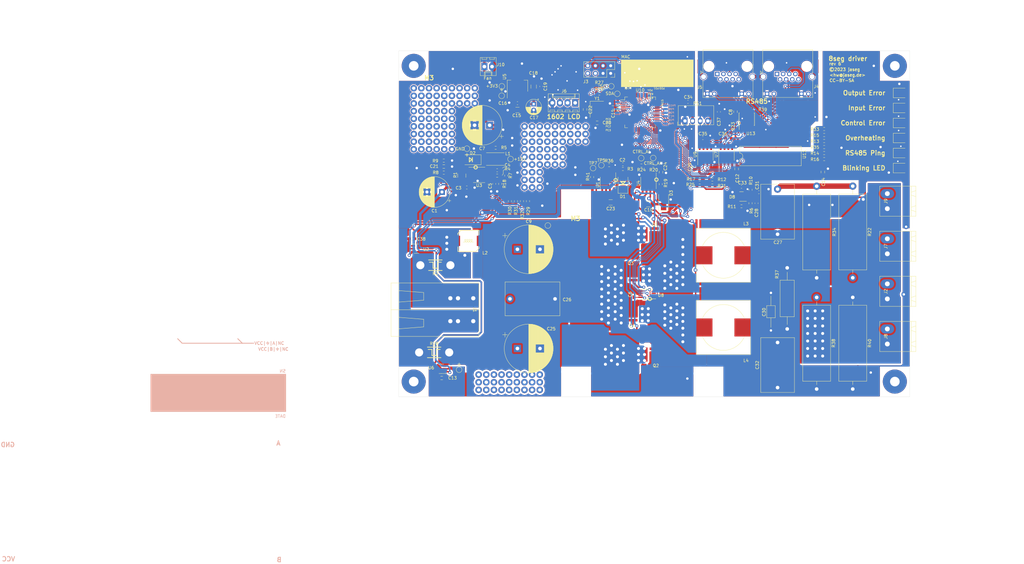
<source format=kicad_pcb>
(kicad_pcb (version 20230410) (generator pcbnew)

  (general
    (thickness 1.6)
  )

  (paper "A4")
  (layers
    (0 "F.Cu" signal)
    (31 "B.Cu" signal)
    (32 "B.Adhes" user "B.Adhesive")
    (33 "F.Adhes" user "F.Adhesive")
    (34 "B.Paste" user)
    (35 "F.Paste" user)
    (36 "B.SilkS" user "B.Silkscreen")
    (37 "F.SilkS" user "F.Silkscreen")
    (38 "B.Mask" user)
    (39 "F.Mask" user)
    (40 "Dwgs.User" user "User.Drawings")
    (41 "Cmts.User" user "User.Comments")
    (42 "Eco1.User" user "User.Eco1")
    (43 "Eco2.User" user "User.Eco2")
    (44 "Edge.Cuts" user)
    (45 "Margin" user)
    (46 "B.CrtYd" user "B.Courtyard")
    (47 "F.CrtYd" user "F.Courtyard")
    (48 "B.Fab" user)
    (49 "F.Fab" user)
  )

  (setup
    (stackup
      (layer "F.SilkS" (type "Top Silk Screen"))
      (layer "F.Paste" (type "Top Solder Paste"))
      (layer "F.Mask" (type "Top Solder Mask") (thickness 0.01))
      (layer "F.Cu" (type "copper") (thickness 0.035))
      (layer "dielectric 1" (type "core") (thickness 1.51) (material "FR4") (epsilon_r 4.5) (loss_tangent 0.02))
      (layer "B.Cu" (type "copper") (thickness 0.035))
      (layer "B.Mask" (type "Bottom Solder Mask") (thickness 0.01))
      (layer "B.Paste" (type "Bottom Solder Paste"))
      (layer "B.SilkS" (type "Bottom Silk Screen"))
      (copper_finish "None")
      (dielectric_constraints no)
    )
    (pad_to_mask_clearance 0.051)
    (solder_mask_min_width 0.25)
    (grid_origin 349.7 9.1)
    (pcbplotparams
      (layerselection 0x00011fc_ffffffff)
      (plot_on_all_layers_selection 0x0000000_00000000)
      (disableapertmacros false)
      (usegerberextensions false)
      (usegerberattributes false)
      (usegerberadvancedattributes false)
      (creategerberjobfile false)
      (dashed_line_dash_ratio 12.000000)
      (dashed_line_gap_ratio 3.000000)
      (svgprecision 4)
      (plotframeref false)
      (viasonmask false)
      (mode 1)
      (useauxorigin false)
      (hpglpennumber 1)
      (hpglpenspeed 20)
      (hpglpendiameter 15.000000)
      (dxfpolygonmode true)
      (dxfimperialunits true)
      (dxfusepcbnewfont true)
      (psnegative false)
      (psa4output false)
      (plotreference true)
      (plotvalue true)
      (plotinvisibletext false)
      (sketchpadsonfab false)
      (subtractmaskfromsilk false)
      (outputformat 1)
      (mirror false)
      (drillshape 0)
      (scaleselection 1)
      (outputdirectory "gerber")
    )
  )

  (net 0 "")
  (net 1 "GND")
  (net 2 "/VBOOT_MON")
  (net 3 "+3V3")
  (net 4 "/VIN_MON")
  (net 5 "Net-(D2-K)")
  (net 6 "Net-(U3-FB)")
  (net 7 "/OUT_A")
  (net 8 "/OUT_B")
  (net 9 "/VIN")
  (net 10 "/GND_MEAS")
  (net 11 "/DRV1")
  (net 12 "/DRV2")
  (net 13 "/DRV3")
  (net 14 "/DRV4")
  (net 15 "/SWCLK")
  (net 16 "/SWDIO")
  (net 17 "+5VD")
  (net 18 "/RX485_A")
  (net 19 "/RS485_B")
  (net 20 "GND2")
  (net 21 "/SDA")
  (net 22 "/SCL")
  (net 23 "Net-(D8-A1)")
  (net 24 "/PULSE_RX")
  (net 25 "Net-(D8-A2)")
  (net 26 "unconnected-(J4-Pad1)")
  (net 27 "unconnected-(J4-Pad2)")
  (net 28 "Net-(C27-Pad1)")
  (net 29 "Net-(C30-Pad2)")
  (net 30 "/RJL4")
  (net 31 "/RJL3")
  (net 32 "Net-(C32-Pad1)")
  (net 33 "Net-(D1-A)")
  (net 34 "/SLED1")
  (net 35 "/SLED2")
  (net 36 "/SLED3")
  (net 37 "/SLED4")
  (net 38 "Net-(D3-A)")
  (net 39 "Net-(D4-K)")
  (net 40 "Net-(D5-K)")
  (net 41 "Net-(D6-K)")
  (net 42 "Net-(D7-K)")
  (net 43 "/XT1")
  (net 44 "/XT2")
  (net 45 "unconnected-(J5-Pad1)")
  (net 46 "unconnected-(J5-Pad2)")
  (net 47 "/GND_RS485")
  (net 48 "unconnected-(J4-Pad7)")
  (net 49 "unconnected-(J4-Pad8)")
  (net 50 "unconnected-(J5-Pad7)")
  (net 51 "Net-(C4-Pad1)")
  (net 52 "unconnected-(J5-Pad8)")
  (net 53 "+12V")
  (net 54 "Net-(U3-BS)")
  (net 55 "/ILIM")
  (net 56 "/RJL2")
  (net 57 "/RJL1")
  (net 58 "/RS485_DE_ISO")
  (net 59 "/PAD")
  (net 60 "/VB2")
  (net 61 "/VB1")
  (net 62 "/MON_H")
  (net 63 "/MON_L")
  (net 64 "/RS485_RX")
  (net 65 "/RS485_DE")
  (net 66 "unconnected-(J3-Pin_4-Pad4)")
  (net 67 "unconnected-(J3-Pin_6-Pad6)")
  (net 68 "/RS485_RX_ISO")
  (net 69 "Net-(U10-PD0)")
  (net 70 "/VISO_SENSE")
  (net 71 "/RS485_TX")
  (net 72 "/RS485_TX_ISO")
  (net 73 "Net-(U10-PD1)")
  (net 74 "Net-(U10-PD2)")
  (net 75 "Net-(U10-PD3)")
  (net 76 "Net-(U10-PD4)")
  (net 77 "Net-(U10-PD5)")
  (net 78 "Net-(U10-PD6)")
  (net 79 "Net-(U10-PD8)")
  (net 80 "Net-(U10-PD9)")
  (net 81 "Net-(U10-PC0)")
  (net 82 "Net-(U10-PC1)")
  (net 83 "Net-(U10-PC2)")
  (net 84 "Net-(U10-PC3)")
  (net 85 "/MON_FAULT_CURRENT")
  (net 86 "/MON_L_ADC")
  (net 87 "/MON_H_ADC")
  (net 88 "Net-(U10-PC9)")
  (net 89 "/RJL1D")
  (net 90 "/RJL2D")
  (net 91 "/RJL3D")
  (net 92 "Net-(U10-PC11)")
  (net 93 "Net-(U10-PC6)")
  (net 94 "Net-(U10-PC7)")
  (net 95 "Net-(U10-PC8)")
  (net 96 "Net-(U10-PC12)")
  (net 97 "Net-(U10-PC13)")
  (net 98 "Net-(U10-PC14{slash}OSC32_IN)")
  (net 99 "Net-(U10-PC15{slash}OSC32_OUT)")
  (net 100 "Net-(U10-PB5)")
  (net 101 "Net-(U10-PA15)")
  (net 102 "Net-(U10-PA11)")
  (net 103 "Net-(U10-PA8)")
  (net 104 "Net-(U10-PA5)")
  (net 105 "Net-(U10-VREF+)")
  (net 106 "/RJL4D")
  (net 107 "Net-(U10-VBAT)")
  (net 108 "/DBG_TX")
  (net 109 "/DBG_RX")
  (net 110 "Net-(R12-Pad1)")
  (net 111 "Net-(R17-Pad1)")
  (net 112 "Net-(R21-Pad1)")
  (net 113 "Net-(R25-Pad1)")
  (net 114 "unconnected-(U3-EN-Pad6)")
  (net 115 "unconnected-(U3-POK-Pad7)")
  (net 116 "Net-(D9-K)")
  (net 117 "Net-(D10-K)")
  (net 118 "/SLED6")
  (net 119 "/SLED5")
  (net 120 "/VIN_INPUT")
  (net 121 "/VIN_MEAS")
  (net 122 "/DRV_B")
  (net 123 "/DRV_A")
  (net 124 "unconnected-(J4-Pad3)")
  (net 125 "unconnected-(J4-Pad6)")
  (net 126 "unconnected-(J5-Pad3)")
  (net 127 "unconnected-(J5-Pad6)")
  (net 128 "/CTRL_AH")
  (net 129 "/CTRL_AL")
  (net 130 "/CTRL_BH")
  (net 131 "/CTRL_BL")
  (net 132 "unconnected-(U8-Alert-Pad3)")
  (net 133 "unconnected-(U10-NRST-Pad12)")

  (footprint "Resistor_SMD:R_0603_1608Metric_Pad0.98x0.95mm_HandSolder" (layer "F.Cu") (at 271.7 -18))

  (footprint "MountingHole:MountingHole_3.2mm_M3" (layer "F.Cu") (at 308 21))

  (footprint "MountingHole:MountingHole_3.2mm_M3" (layer "F.Cu") (at 308 80))

  (footprint "MountingHole:MountingHole_3.2mm_M3" (layer "F.Cu") (at 264 21))

  (footprint "Connectors_Molex:Molex_KK-6410-02_02x2.54mm_Straight" (layer "F.Cu") (at 233.5 -24.75))

  (footprint "Package_SO:MSOP-8_3x3mm_P0.65mm" (layer "F.Cu") (at 287.6 50.99995 180))

  (footprint "Connector_RJ:RJ45_Amphenol_RJHSE538X" (layer "F.Cu") (at 330.8 -22.3))

  (footprint "Resistor_SMD:R_0603_1608Metric_Pad0.98x0.95mm_HandSolder" (layer "F.Cu") (at 346.5 4))

  (footprint "Capacitors_SMD:C_0603_HandSoldering" (layer "F.Cu") (at 317.4 9.3 90))

  (footprint "Capacitors_SMD:C_0603_HandSoldering" (layer "F.Cu") (at 271 -6.05 180))

  (footprint "Capacitors_SMD:C_0603_HandSoldering" (layer "F.Cu") (at 267 -10.5 90))

  (footprint "Capacitors_SMD:C_0603_HandSoldering" (layer "F.Cu") (at 292.25 10.35 90))

  (footprint "Capacitors_SMD:C_0603_HandSoldering" (layer "F.Cu") (at 303.2 8.55 90))

  (footprint "Connectors_Molex:Molex_KK-6410-04_04x2.54mm_Straight" (layer "F.Cu") (at 263.7 -12.7 180))

  (footprint "Resistor_SMD:R_0603_1608Metric_Pad0.98x0.95mm_HandSolder" (layer "F.Cu") (at 315.6 -1.8 90))

  (footprint "Resistor_SMD:R_0603_1608Metric_Pad0.98x0.95mm_HandSolder" (layer "F.Cu") (at 271.7 -15.8))

  (footprint "Crystal:Crystal_SMD_3225-4Pin_3.2x2.5mm_HandSoldering" (layer "F.Cu") (at 270.9 -10.55 -90))

  (footprint "MountingHole:MountingHole_3.2mm_M3" (layer "F.Cu") (at 210 -25))

  (footprint "MountingHole:MountingHole_3.2mm_M3" (layer "F.Cu") (at 370 -25))

  (footprint "MountingHole:MountingHole_3.2mm_M3" (layer "F.Cu") (at 210 80))

  (footprint "MountingHole:MountingHole_3.2mm_M3" (layer "F.Cu") (at 370 80))

  (footprint "footprints:milliohm_shunt_P10D2.5" (layer "F.Cu") (at 216.8 70.3 180))

  (footprint "footprints:Toshiba SOP Advance" (layer "F.Cu") (at 286.444039 71 90))

  (footprint "Capacitors_SMD:C_0603_HandSoldering" (layer "F.Cu") (at 220 8.5))

  (footprint "footprints:Toshiba SOP Advance" (layer "F.Cu") (at 286.444039 31 90))

  (footprint "footprints:Toshiba SOP Advance" (layer "F.Cu") (at 286.444039 44.3333 -90))

  (footprint "footprints:Toshiba SOP Advance" (layer "F.Cu") (at 286.444039 57.6667 -90))

  (footprint "Resistor_SMD:R_0603_1608Metric_Pad0.98x0.95mm_HandSolder" (layer "F.Cu") (at 346.5 -2))

  (footprint "Connector_RJ:RJ45_Amphenol_RJHSE538X" (layer "F.Cu") (at 310.95 -22.3))

  (footprint "Capacitors_SMD:C_0603_HandSoldering" (layer "F.Cu") (at 283.2 51 90))

  (footprint "Resistor_SMD:R_0603_1608Metric_Pad0.98x0.95mm_HandSolder" (layer "F.Cu") (at 285.725 8.15 180))

  (footprint "Resistor_SMD:R_0603_1608Metric_Pad1.05x0.95mm_HandSolder" (layer "F.Cu") (at 326.05 -11.85 180))

  (footprint "Package_SO:SOIC-8_3.9x4.9mm_P1.27mm" (layer "F.Cu") (at 320.75 -7.25 90))

  (footprint "Capacitors_SMD:C_0603_HandSoldering" (layer "F.Cu") (at 317 -9.75 90))

  (footprint "TestPoint:TestPoint_Pad_D1.5mm" (layer "F.Cu") (at 225.1 76.05 180))

  (footprint "TestPoint:TestPoint_Pad_D1.5mm" (layer "F.Cu") (at 254.6 28.1 180))

  (footprint "TestPoint:TestPoint_Pad_D1.5mm" (layer "F.Cu") (at 239.3 -18.2))

  (footprint "TestPoint:TestPoint_Pad_D1.5mm" (layer "F.Cu") (at 285.65 5.7))

  (footprint "TestPoint:TestPoint_Pad_D1.5mm" (layer "F.Cu") (at 275.7 -18.2 90))

  (footprint "TestPoint:TestPoint_Pad_D1.5mm" (layer "F.Cu") (at 277.7 -15.7 90))

  (footprint "TestPoint:TestPoint_Pad_D1.5mm" (layer "F.Cu") (at 227.7 2.55))

  (footprint "TestPoint:TestPoint_Pad_D1.5mm" (layer "F.Cu") (at 239.25 -15.05))

  (footprint "Capacitor_SMD:C_1206_3216Metric_Pad1.42x1.75mm_HandSolder" (layer "F.Cu") (at 275.5 20.4 180))

  (footprint "Resistor_SMD:R_0603_1608Metric_Pad0.98x0.95mm_HandSolder" (layer "F.Cu") (at 346.5 0))

  (footprint "Resistor_SMD:R_0603_1608Metric_Pad0.98x0.95mm_HandSolder" (layer "F.Cu") (at 346.5 6))

  (footprint "MountingHole:MountingHole_3.2mm_M3" (layer "F.Cu") (at 264 80))

  (footprint "Capacitors_SMD:C_0603_HandSoldering" (layer "F.Cu") (at 219.3 78.8))

  (footprint "Capacitors_SMD:C_0603_HandSoldering" (layer "F.Cu") (at 276.3 -11.1 180))

  (footprint "Resistor_SMD:R_0603_1608Metric_Pad0.98x0.95mm_HandSolder" (layer "F.Cu") (at 220 6.5 180))

  (footprint "Capacitors_SMD:C_0603_HandSoldering" (layer "F.Cu") (at 346.05 10.3 90))

  (footprint "Capacitor_THT:CP_Radial_D10.0mm_P5.00mm" (layer "F.Cu") (at 219.4 16.95 180))

  (footprint "Capacitor_SMD:C_0603_1608Metric_Pad1.05x0.95mm_HandSolder" (layer "F.Cu") (at 227.65 15.45))

  (footprint "Capacitor_SMD:C_0603_1608Metric_Pad1.05x0.95mm_HandSolder" (layer "F.Cu") (at 237.75 9.75 180))

  (footprint "Capacitor_SMD:C_0603_1608Metric_Pad1.05x0.95mm_HandSolder" (layer "F.Cu") (at 236.75 14.25 -90))

  (footprint "Capacitor_THT:CP_Radial_D13.0mm_P5.00mm" (layer "F.Cu")
    (tstamp 00000000-0000-0000-0000-00005e8d1051)
    (at 235.25 -5.25 180)
    (descr "CP, Radial series, Radial, pin pitch=5.00mm, , diameter=13mm, Electrolytic Capacitor")
    (tags "CP Radial series Radial pin pitch 5.00mm  diameter 13mm Electrolytic Capacitor")
    (property "LCSC" "C59339")
    (property "Mfg" "CapXon")
    (property "PN" "63YXF220MFFCT810X20")
    (property "Sheetfile" "driver.kicad_sch")
    (property "Sheetname" "")
    (path "/00000000-0000-0000-0000-00005edd5d4e")
    (attr through_hole)
    (fp_text reference "C7" (at 2.5 -7.75) (layer "F.SilkS") (tstamp 85be39c5-e5af-4061-b793-a753441f68a9)
      (effects (font (size 1 1) (thickness 0.15)))
    )
    (fp_text value "2200uF/25V/2A" (at 2.5 7.75) (layer "F.Fab") (tstamp 72a3f341-c25c-4f04-8126-aca266158260)
      (effects (font (size 1 1) (thickness 0.15)))
    )
    (fp_line (start 9.101 -0.475) (end 9.101 0.475)
      (stroke (width 0.12) (type solid)) (layer "F.SilkS") (tstamp acf7e086-1e0f-4e7a-9ab3-475a22760028))
    (fp_line (start 9.061 -0.85) (end 9.061 0.85)
      (stroke (width 0.12) (type solid)) (layer "F.SilkS") (tstamp 60421c1b-eef8-44ce-be10-4ab39995f529))
    (fp_line (start 9.021 -1.107) (end 9.021 1.107)
      (stroke (width 0.12) (type solid)) (layer "F.SilkS") (tstamp d6f68eae-5f75-4b95-9c8c-8968a1846032))
    (fp_line (start 8.981 -1.315) (end 8.981 1.315)
      (stroke (width 0.12) (type solid)) (layer "F.SilkS") (tstamp 7e48f2c6-dcb6-413f-b883-e36118da2ad5))
    (fp_line (start 8.941 -1.494) (end 8.941 1.494)
      (stroke (width 0.12) (type solid)) (layer "F.SilkS") (tstamp a60630df-4bee-45cf-9721-adf60d13bf24))
    (fp_line (start 8.901 -1.653) (end 8.901 1.653)
      (stroke (width 0.12) (type solid)) (layer "F.SilkS") (tstamp 3ef24e2c-6c0f-4ae2-a791-8214e074b36f))
    (fp_line (start 8.861 -1.798) (end 8.861 1.798)
      (stroke (width 0.12) (type solid)) (layer "F.SilkS") (tstamp 73079d4b-e8c6-4e56-a8de-5056c9f43817))
    (fp_line (start 8.821 -1.931) (end 8.821 1.931)
      (stroke (width 0.12) (type solid)) (layer "F.SilkS") (tstamp 12349522-40b2-4407-bb8b-f163e0bdc3db))
    (fp_line (start 8.781 -2.055) (end 8.781 2.055)
      (stroke (width 0.12) (type solid)) (layer "F.SilkS") (tstamp 59f55c1b-b0c1-4569-a1e6-e770f130853f))
    (fp_line (start 8.741 -2.171) (end 8.741 2.171)
      (stroke (width 0.12) (type solid)) (layer "F.SilkS") (tstamp 655fa3dd-bd90-42f7-9b43-3cdc8a6d84d7))
    (fp_line (start 8.701 -2.281) (end 8.701 2.281)
      (stroke (width 0.12) (type solid)) (layer "F.SilkS") (tstamp d60211d5-9e74-4f2a-a299-67a744f9403d))
    (fp_line (start 8.661 -2.385) (end 8.661 2.385)
      (stroke (width 0.12) (type solid)) (layer "F.SilkS") (tstamp c3541135-99b3-4b5d-8355-41a94bc8bc5c))
    (fp_line (start 8.621 -2.484) (end 8.621 2.484)
      (stroke (width 0.12) (type solid)) (layer "F.SilkS") (tstamp eaf24fe6-fde0-469b-93fc-3b06c66710b6))
    (fp_line (start 8.581 -2.579) (end 8.581 2.579)
      (stroke (width 0.12) (type solid)) (layer "F.SilkS") (tstamp b414d886-aad2-4e24-9746-98e275f0613e))
    (fp_line (start 8.541 -2.67) (end 8.541 2.67)
      (stroke (width 0.12) (type solid)) (layer "F.SilkS") (tstamp 9f861e73-e10a-4c4c-9330-23244725ec28))
    (fp_line (start 8.501 -2.758) (end 8.501 2.758)
      (stroke (width 0.12) (type solid)) (layer "F.SilkS") (tstamp dfc4ae1e-b623-4226-84eb-826f87d4a08e))
    (fp_line (start 8.461 -2.842) (end 8.461 2.842)
      (stroke (width 0.12) (type solid)) (layer "F.SilkS") (tstamp 66289028-c3c2-46ab-88df-8857ace83b4a))
    (fp_line (start 8.421 -2.923) (end 8.421 2.923)
      (stroke (width 0.12) (type solid)) (layer "F.SilkS") (tstamp ce431cfe-f811-49ac-ac97-a0924bd29581))
    (fp_line (start 8.381 -3.002) (end 8.381 3.002)
      (stroke (width 0.12) (type solid)) (layer "F.SilkS") (tstamp 6a86631c-298f-4194-b5c8-b0380d50e622))
    (fp_line (start 8.341 -3.078) (end 8.341 3.078)
      (stroke (width 0.12) (type solid)) (layer "F.SilkS") (tstamp 6d578ae9-0227-45d1-a644-13996610bc50))
    (fp_line (start 8.301 -3.152) (end 8.301 3.152)
      (stroke (width 0.12) (type solid)) (layer "F.SilkS") (tstamp a9b721e9-df10-4742-85c9-a36eefd5e8a5))
    (fp_line (start 8.261 -3.223) (end 8.26
... [1788633 chars truncated]
</source>
